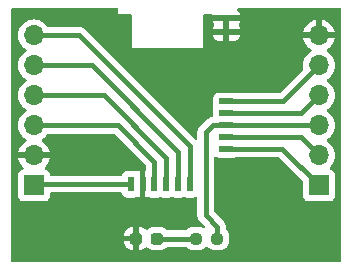
<source format=gtl>
%TF.GenerationSoftware,KiCad,Pcbnew,8.0.2-8.0.2-0~ubuntu22.04.1*%
%TF.CreationDate,2024-05-29T19:46:19+02:00*%
%TF.ProjectId,nrf51_devboard,6e726635-315f-4646-9576-626f6172642e,0.1*%
%TF.SameCoordinates,Original*%
%TF.FileFunction,Copper,L1,Top*%
%TF.FilePolarity,Positive*%
%FSLAX46Y46*%
G04 Gerber Fmt 4.6, Leading zero omitted, Abs format (unit mm)*
G04 Created by KiCad (PCBNEW 8.0.2-8.0.2-0~ubuntu22.04.1) date 2024-05-29 19:46:19*
%MOMM*%
%LPD*%
G01*
G04 APERTURE LIST*
G04 Aperture macros list*
%AMRoundRect*
0 Rectangle with rounded corners*
0 $1 Rounding radius*
0 $2 $3 $4 $5 $6 $7 $8 $9 X,Y pos of 4 corners*
0 Add a 4 corners polygon primitive as box body*
4,1,4,$2,$3,$4,$5,$6,$7,$8,$9,$2,$3,0*
0 Add four circle primitives for the rounded corners*
1,1,$1+$1,$2,$3*
1,1,$1+$1,$4,$5*
1,1,$1+$1,$6,$7*
1,1,$1+$1,$8,$9*
0 Add four rect primitives between the rounded corners*
20,1,$1+$1,$2,$3,$4,$5,0*
20,1,$1+$1,$4,$5,$6,$7,0*
20,1,$1+$1,$6,$7,$8,$9,0*
20,1,$1+$1,$8,$9,$2,$3,0*%
G04 Aperture macros list end*
%TA.AperFunction,ComponentPad*%
%ADD10R,1.700000X1.700000*%
%TD*%
%TA.AperFunction,ComponentPad*%
%ADD11O,1.700000X1.700000*%
%TD*%
%TA.AperFunction,SMDPad,CuDef*%
%ADD12RoundRect,0.237500X0.250000X0.237500X-0.250000X0.237500X-0.250000X-0.237500X0.250000X-0.237500X0*%
%TD*%
%TA.AperFunction,SMDPad,CuDef*%
%ADD13R,0.500000X1.270000*%
%TD*%
%TA.AperFunction,SMDPad,CuDef*%
%ADD14R,1.270000X0.500000*%
%TD*%
%TA.AperFunction,SMDPad,CuDef*%
%ADD15RoundRect,0.237500X-0.287500X-0.237500X0.287500X-0.237500X0.287500X0.237500X-0.287500X0.237500X0*%
%TD*%
%TA.AperFunction,Conductor*%
%ADD16C,0.400000*%
%TD*%
G04 APERTURE END LIST*
D10*
%TO.P,J1,1,Pin_1*%
%TO.N,+3.3V*%
X93980000Y-63500000D03*
D11*
%TO.P,J1,2,Pin_2*%
%TO.N,GND*%
X93980000Y-60960000D03*
%TO.P,J1,3,Pin_3*%
%TO.N,Net-(J1-Pin_3)*%
X93980000Y-58420000D03*
%TO.P,J1,4,Pin_4*%
%TO.N,Net-(J1-Pin_4)*%
X93980000Y-55880000D03*
%TO.P,J1,5,Pin_5*%
%TO.N,Net-(J1-Pin_5)*%
X93980000Y-53340000D03*
%TO.P,J1,6,Pin_6*%
%TO.N,Net-(J1-Pin_6)*%
X93980000Y-50800000D03*
%TD*%
D12*
%TO.P,R1,1*%
%TO.N,Net-(J2-Pin_3)*%
X109500000Y-68000000D03*
%TO.P,R1,2*%
%TO.N,Net-(D1-A)*%
X107675000Y-68000000D03*
%TD*%
D10*
%TO.P,J2,1,Pin_1*%
%TO.N,Net-(J2-Pin_1)*%
X118110000Y-63500000D03*
D11*
%TO.P,J2,2,Pin_2*%
%TO.N,Net-(J2-Pin_2)*%
X118110000Y-60960000D03*
%TO.P,J2,3,Pin_3*%
%TO.N,Net-(J2-Pin_3)*%
X118110000Y-58420000D03*
%TO.P,J2,4,Pin_4*%
%TO.N,Net-(J2-Pin_4)*%
X118110000Y-55880000D03*
%TO.P,J2,5,Pin_5*%
%TO.N,Net-(J2-Pin_5)*%
X118110000Y-53340000D03*
%TO.P,J2,6,Pin_6*%
%TO.N,GND*%
X118110000Y-50800000D03*
%TD*%
D13*
%TO.P,U1,1,VCC*%
%TO.N,+3.3V*%
X102154500Y-63390000D03*
%TO.P,U1,2,GND*%
%TO.N,GND*%
X103154500Y-63390000D03*
%TO.P,U1,3,P0.01*%
%TO.N,Net-(J1-Pin_3)*%
X104154500Y-63390000D03*
%TO.P,U1,4,P0.02*%
%TO.N,Net-(J1-Pin_4)*%
X105154500Y-63390000D03*
%TO.P,U1,5,P0.03*%
%TO.N,Net-(J1-Pin_5)*%
X106154500Y-63390000D03*
%TO.P,U1,6,P0.04*%
%TO.N,Net-(J1-Pin_6)*%
X107154500Y-63390000D03*
D14*
%TO.P,U1,7,P0.09*%
%TO.N,Net-(J2-Pin_1)*%
X110254500Y-60390000D03*
%TO.P,U1,8,P0.10*%
%TO.N,Net-(J2-Pin_2)*%
X110254500Y-59390000D03*
%TO.P,U1,9,P0.13*%
%TO.N,Net-(J2-Pin_3)*%
X110254500Y-58390000D03*
%TO.P,U1,10,SWDIO*%
%TO.N,Net-(J2-Pin_4)*%
X110254500Y-57390000D03*
%TO.P,U1,11,SWDCLK*%
%TO.N,Net-(J2-Pin_5)*%
X110254500Y-56390000D03*
%TO.P,U1,12,GND*%
%TO.N,GND*%
X110254500Y-50490000D03*
%TO.P,U1,13,GND*%
X110254500Y-49340000D03*
%TD*%
D15*
%TO.P,D1,1,K*%
%TO.N,GND*%
X102625000Y-68000000D03*
%TO.P,D1,2,A*%
%TO.N,Net-(D1-A)*%
X104375000Y-68000000D03*
%TD*%
D16*
%TO.N,Net-(J1-Pin_5)*%
X98840000Y-53340000D02*
X93980000Y-53340000D01*
X106154500Y-60654500D02*
X98840000Y-53340000D01*
X106154500Y-63390000D02*
X106154500Y-60654500D01*
%TO.N,Net-(J1-Pin_4)*%
X105154500Y-63390000D02*
X105154500Y-61154500D01*
X99880000Y-55880000D02*
X93980000Y-55880000D01*
X105154500Y-61154500D02*
X99880000Y-55880000D01*
%TO.N,Net-(J1-Pin_3)*%
X104154500Y-63390000D02*
X104154500Y-61503028D01*
X104154500Y-61503028D02*
X101071472Y-58420000D01*
X101071472Y-58420000D02*
X93980000Y-58420000D01*
%TO.N,Net-(J1-Pin_6)*%
X107154500Y-63390000D02*
X107154500Y-60154500D01*
X107154500Y-60154500D02*
X97800000Y-50800000D01*
X97800000Y-50800000D02*
X93980000Y-50800000D01*
%TO.N,Net-(J2-Pin_4)*%
X110254500Y-57390000D02*
X116600000Y-57390000D01*
X116600000Y-57390000D02*
X118110000Y-55880000D01*
%TO.N,Net-(J2-Pin_3)*%
X108500000Y-59000000D02*
X108500000Y-66000000D01*
X109110000Y-58390000D02*
X108500000Y-59000000D01*
X110254500Y-58390000D02*
X109110000Y-58390000D01*
X118080000Y-58390000D02*
X118110000Y-58420000D01*
X109500000Y-67000000D02*
X109500000Y-68000000D01*
X108500000Y-66000000D02*
X109500000Y-67000000D01*
X110254500Y-58390000D02*
X118080000Y-58390000D01*
%TO.N,Net-(J2-Pin_2)*%
X116540000Y-59390000D02*
X118110000Y-60960000D01*
X110254500Y-59390000D02*
X116540000Y-59390000D01*
%TO.N,Net-(J2-Pin_5)*%
X115060000Y-56390000D02*
X118110000Y-53340000D01*
X110254500Y-56390000D02*
X115060000Y-56390000D01*
%TO.N,Net-(J2-Pin_1)*%
X115000000Y-60390000D02*
X118110000Y-63500000D01*
X110254500Y-60390000D02*
X115000000Y-60390000D01*
%TO.N,Net-(D1-A)*%
X107675000Y-68000000D02*
X104375000Y-68000000D01*
%TO.N,+3.3V*%
X102154500Y-63390000D02*
X94090000Y-63390000D01*
X94090000Y-63390000D02*
X93980000Y-63500000D01*
%TD*%
%TA.AperFunction,Conductor*%
%TO.N,GND*%
G36*
X101053539Y-48519685D02*
G01*
X101099294Y-48572489D01*
X101110500Y-48624000D01*
X101110500Y-48990000D01*
X102130500Y-48990000D01*
X102197539Y-49009685D01*
X102243294Y-49062489D01*
X102254500Y-49114000D01*
X102254500Y-51890000D01*
X108254500Y-51890000D01*
X108254500Y-50787844D01*
X109119500Y-50787844D01*
X109125901Y-50847372D01*
X109125903Y-50847379D01*
X109176145Y-50982086D01*
X109176149Y-50982093D01*
X109262309Y-51097187D01*
X109262312Y-51097190D01*
X109377406Y-51183350D01*
X109377413Y-51183354D01*
X109512120Y-51233596D01*
X109512127Y-51233598D01*
X109571655Y-51239999D01*
X109571672Y-51240000D01*
X110004500Y-51240000D01*
X110504500Y-51240000D01*
X110937328Y-51240000D01*
X110937344Y-51239999D01*
X110996872Y-51233598D01*
X110996879Y-51233596D01*
X111131586Y-51183354D01*
X111131593Y-51183350D01*
X111246687Y-51097190D01*
X111246690Y-51097187D01*
X111332850Y-50982093D01*
X111332854Y-50982086D01*
X111383096Y-50847379D01*
X111383098Y-50847372D01*
X111389499Y-50787844D01*
X111389500Y-50787827D01*
X111389500Y-50740000D01*
X110504500Y-50740000D01*
X110504500Y-51240000D01*
X110004500Y-51240000D01*
X110004500Y-50740000D01*
X109119500Y-50740000D01*
X109119500Y-50787844D01*
X108254500Y-50787844D01*
X108254500Y-49637844D01*
X109119500Y-49637844D01*
X109125901Y-49697372D01*
X109125903Y-49697379D01*
X109176145Y-49832086D01*
X109176148Y-49832091D01*
X109182587Y-49840693D01*
X109207001Y-49906158D01*
X109192147Y-49974431D01*
X109182587Y-49989307D01*
X109176148Y-49997908D01*
X109176145Y-49997913D01*
X109125903Y-50132620D01*
X109125901Y-50132627D01*
X109119500Y-50192155D01*
X109119500Y-50240000D01*
X110004500Y-50240000D01*
X110504500Y-50240000D01*
X111389500Y-50240000D01*
X111389500Y-50192172D01*
X111389499Y-50192155D01*
X111383098Y-50132627D01*
X111383097Y-50132623D01*
X111332851Y-49997908D01*
X111326417Y-49989314D01*
X111301997Y-49923850D01*
X111316847Y-49855577D01*
X111326417Y-49840686D01*
X111332851Y-49832091D01*
X111383097Y-49697376D01*
X111383098Y-49697372D01*
X111389499Y-49637844D01*
X111389500Y-49637827D01*
X111389500Y-49590000D01*
X110504500Y-49590000D01*
X110504500Y-50240000D01*
X110004500Y-50240000D01*
X110004500Y-49590000D01*
X109119500Y-49590000D01*
X109119500Y-49637844D01*
X108254500Y-49637844D01*
X108254500Y-49114000D01*
X108274185Y-49046961D01*
X108326989Y-49001206D01*
X108378500Y-48990000D01*
X108995500Y-48990000D01*
X109062539Y-49009685D01*
X109108294Y-49062489D01*
X109112827Y-49083327D01*
X109119500Y-49090000D01*
X111389500Y-49090000D01*
X111389500Y-49042172D01*
X111389499Y-49042155D01*
X111383098Y-48982627D01*
X111383096Y-48982620D01*
X111332854Y-48847913D01*
X111332850Y-48847906D01*
X111246690Y-48732813D01*
X111233939Y-48723267D01*
X111192068Y-48667333D01*
X111187084Y-48597641D01*
X111220569Y-48536318D01*
X111281893Y-48502834D01*
X111308250Y-48500000D01*
X119876000Y-48500000D01*
X119943039Y-48519685D01*
X119988794Y-48572489D01*
X120000000Y-48624000D01*
X120000000Y-69876000D01*
X119980315Y-69943039D01*
X119927511Y-69988794D01*
X119876000Y-70000000D01*
X92124000Y-70000000D01*
X92056961Y-69980315D01*
X92011206Y-69927511D01*
X92000000Y-69876000D01*
X92000000Y-68286654D01*
X101600001Y-68286654D01*
X101610319Y-68387652D01*
X101664546Y-68551300D01*
X101664551Y-68551311D01*
X101755052Y-68698034D01*
X101755055Y-68698038D01*
X101876961Y-68819944D01*
X101876965Y-68819947D01*
X102023688Y-68910448D01*
X102023699Y-68910453D01*
X102187347Y-68964680D01*
X102288351Y-68974999D01*
X102375000Y-68974998D01*
X102375000Y-68250000D01*
X101600001Y-68250000D01*
X101600001Y-68286654D01*
X92000000Y-68286654D01*
X92000000Y-67713345D01*
X101600000Y-67713345D01*
X101600000Y-67750000D01*
X102375000Y-67750000D01*
X102375000Y-67025000D01*
X102374999Y-67024999D01*
X102288360Y-67025000D01*
X102288343Y-67025001D01*
X102187347Y-67035319D01*
X102023699Y-67089546D01*
X102023688Y-67089551D01*
X101876965Y-67180052D01*
X101876961Y-67180055D01*
X101755055Y-67301961D01*
X101755052Y-67301965D01*
X101664551Y-67448688D01*
X101664546Y-67448699D01*
X101610319Y-67612347D01*
X101600000Y-67713345D01*
X92000000Y-67713345D01*
X92000000Y-50799999D01*
X92624341Y-50799999D01*
X92624341Y-50800000D01*
X92644936Y-51035403D01*
X92644938Y-51035413D01*
X92706094Y-51263655D01*
X92706096Y-51263659D01*
X92706097Y-51263663D01*
X92805847Y-51477578D01*
X92805965Y-51477830D01*
X92805967Y-51477834D01*
X92941501Y-51671395D01*
X92941506Y-51671402D01*
X93108597Y-51838493D01*
X93108603Y-51838498D01*
X93294158Y-51968425D01*
X93337783Y-52023002D01*
X93344977Y-52092500D01*
X93313454Y-52154855D01*
X93294158Y-52171575D01*
X93108597Y-52301505D01*
X92941505Y-52468597D01*
X92805965Y-52662169D01*
X92805964Y-52662171D01*
X92706098Y-52876335D01*
X92706094Y-52876344D01*
X92644938Y-53104586D01*
X92644936Y-53104596D01*
X92624341Y-53339999D01*
X92624341Y-53340000D01*
X92644936Y-53575403D01*
X92644938Y-53575413D01*
X92706094Y-53803655D01*
X92706096Y-53803659D01*
X92706097Y-53803663D01*
X92805965Y-54017830D01*
X92805967Y-54017834D01*
X92941501Y-54211395D01*
X92941506Y-54211402D01*
X93108597Y-54378493D01*
X93108603Y-54378498D01*
X93294158Y-54508425D01*
X93337783Y-54563002D01*
X93344977Y-54632500D01*
X93313454Y-54694855D01*
X93294158Y-54711575D01*
X93108597Y-54841505D01*
X92941505Y-55008597D01*
X92805965Y-55202169D01*
X92805964Y-55202171D01*
X92706098Y-55416335D01*
X92706094Y-55416344D01*
X92644938Y-55644586D01*
X92644936Y-55644596D01*
X92624341Y-55879999D01*
X92624341Y-55880000D01*
X92644936Y-56115403D01*
X92644938Y-56115413D01*
X92706094Y-56343655D01*
X92706096Y-56343659D01*
X92706097Y-56343663D01*
X92768655Y-56477819D01*
X92805965Y-56557830D01*
X92805967Y-56557834D01*
X92941501Y-56751395D01*
X92941506Y-56751402D01*
X93108597Y-56918493D01*
X93108603Y-56918498D01*
X93294158Y-57048425D01*
X93337783Y-57103002D01*
X93344977Y-57172500D01*
X93313454Y-57234855D01*
X93294158Y-57251575D01*
X93108597Y-57381505D01*
X92941505Y-57548597D01*
X92805965Y-57742169D01*
X92805964Y-57742171D01*
X92706098Y-57956335D01*
X92706094Y-57956344D01*
X92644938Y-58184586D01*
X92644936Y-58184596D01*
X92624341Y-58419999D01*
X92624341Y-58420000D01*
X92644936Y-58655403D01*
X92644938Y-58655413D01*
X92706094Y-58883655D01*
X92706096Y-58883659D01*
X92706097Y-58883663D01*
X92728173Y-58931004D01*
X92805965Y-59097830D01*
X92805967Y-59097834D01*
X92941501Y-59291395D01*
X92941506Y-59291402D01*
X93108597Y-59458493D01*
X93108603Y-59458498D01*
X93294594Y-59588730D01*
X93338219Y-59643307D01*
X93345413Y-59712805D01*
X93313890Y-59775160D01*
X93294595Y-59791880D01*
X93108922Y-59921890D01*
X93108920Y-59921891D01*
X92941891Y-60088920D01*
X92941886Y-60088926D01*
X92806400Y-60282420D01*
X92806399Y-60282422D01*
X92706570Y-60496507D01*
X92706567Y-60496513D01*
X92649364Y-60709999D01*
X92649364Y-60710000D01*
X93546988Y-60710000D01*
X93514075Y-60767007D01*
X93480000Y-60894174D01*
X93480000Y-61025826D01*
X93514075Y-61152993D01*
X93546988Y-61210000D01*
X92649364Y-61210000D01*
X92706567Y-61423486D01*
X92706570Y-61423492D01*
X92806399Y-61637578D01*
X92941894Y-61831082D01*
X93063946Y-61953134D01*
X93097431Y-62014457D01*
X93092447Y-62084149D01*
X93050575Y-62140082D01*
X93019598Y-62156997D01*
X92887671Y-62206202D01*
X92887664Y-62206206D01*
X92772455Y-62292452D01*
X92772452Y-62292455D01*
X92686206Y-62407664D01*
X92686202Y-62407671D01*
X92635908Y-62542517D01*
X92632013Y-62578752D01*
X92629501Y-62602123D01*
X92629500Y-62602135D01*
X92629500Y-64397870D01*
X92629501Y-64397876D01*
X92635908Y-64457483D01*
X92686202Y-64592328D01*
X92686206Y-64592335D01*
X92772452Y-64707544D01*
X92772455Y-64707547D01*
X92887664Y-64793793D01*
X92887671Y-64793797D01*
X93022517Y-64844091D01*
X93022516Y-64844091D01*
X93029444Y-64844835D01*
X93082127Y-64850500D01*
X94877872Y-64850499D01*
X94937483Y-64844091D01*
X95072331Y-64793796D01*
X95187546Y-64707546D01*
X95273796Y-64592331D01*
X95324091Y-64457483D01*
X95330500Y-64397873D01*
X95330500Y-64214500D01*
X95350185Y-64147461D01*
X95402989Y-64101706D01*
X95454500Y-64090500D01*
X101308655Y-64090500D01*
X101375694Y-64110185D01*
X101421449Y-64162989D01*
X101424837Y-64171167D01*
X101460702Y-64267328D01*
X101460706Y-64267335D01*
X101546952Y-64382544D01*
X101546955Y-64382547D01*
X101662164Y-64468793D01*
X101662171Y-64468797D01*
X101663469Y-64469281D01*
X101797017Y-64519091D01*
X101856627Y-64525500D01*
X102452372Y-64525499D01*
X102511983Y-64519091D01*
X102611882Y-64481830D01*
X102681572Y-64476847D01*
X102698547Y-64481831D01*
X102797120Y-64518596D01*
X102797127Y-64518598D01*
X102856655Y-64524999D01*
X102856672Y-64525000D01*
X102904500Y-64525000D01*
X102904500Y-64084167D01*
X102904927Y-64076188D01*
X102904822Y-64076183D01*
X102904997Y-64072898D01*
X102905000Y-64072873D01*
X102904999Y-62707128D01*
X102904998Y-62707127D01*
X102904821Y-62703805D01*
X102904926Y-62703799D01*
X102904500Y-62695836D01*
X102904500Y-62255000D01*
X102856655Y-62255000D01*
X102797127Y-62261401D01*
X102797117Y-62261403D01*
X102698546Y-62298168D01*
X102628855Y-62303152D01*
X102611881Y-62298168D01*
X102511986Y-62260910D01*
X102511985Y-62260909D01*
X102511983Y-62260909D01*
X102452373Y-62254500D01*
X102452363Y-62254500D01*
X101856629Y-62254500D01*
X101856623Y-62254501D01*
X101797016Y-62260908D01*
X101662171Y-62311202D01*
X101662164Y-62311206D01*
X101546955Y-62397452D01*
X101546952Y-62397455D01*
X101460706Y-62512664D01*
X101460702Y-62512671D01*
X101424837Y-62608833D01*
X101382966Y-62664767D01*
X101317502Y-62689184D01*
X101308655Y-62689500D01*
X95451276Y-62689500D01*
X95384237Y-62669815D01*
X95338482Y-62617011D01*
X95327986Y-62578752D01*
X95324091Y-62542516D01*
X95273797Y-62407671D01*
X95273793Y-62407664D01*
X95187547Y-62292455D01*
X95187544Y-62292452D01*
X95072335Y-62206206D01*
X95072328Y-62206202D01*
X94940401Y-62156997D01*
X94884467Y-62115126D01*
X94860050Y-62049662D01*
X94874902Y-61981389D01*
X94896053Y-61953133D01*
X95018108Y-61831078D01*
X95153600Y-61637578D01*
X95253429Y-61423492D01*
X95253432Y-61423486D01*
X95310636Y-61210000D01*
X94413012Y-61210000D01*
X94445925Y-61152993D01*
X94480000Y-61025826D01*
X94480000Y-60894174D01*
X94445925Y-60767007D01*
X94413012Y-60710000D01*
X95310636Y-60710000D01*
X95310635Y-60709999D01*
X95253432Y-60496513D01*
X95253429Y-60496507D01*
X95153600Y-60282422D01*
X95153599Y-60282420D01*
X95018113Y-60088926D01*
X95018108Y-60088920D01*
X94851078Y-59921890D01*
X94665405Y-59791879D01*
X94621780Y-59737302D01*
X94614588Y-59667804D01*
X94646110Y-59605449D01*
X94665406Y-59588730D01*
X94682845Y-59576519D01*
X94851401Y-59458495D01*
X95018495Y-59291401D01*
X95101136Y-59173376D01*
X95155713Y-59129752D01*
X95202711Y-59120500D01*
X100729953Y-59120500D01*
X100796992Y-59140185D01*
X100817634Y-59156819D01*
X103417681Y-61756866D01*
X103451166Y-61818189D01*
X103454000Y-61844547D01*
X103454000Y-62154138D01*
X103434315Y-62221177D01*
X103417681Y-62241819D01*
X103404500Y-62255000D01*
X103404500Y-62695826D01*
X103404072Y-62703798D01*
X103404178Y-62703804D01*
X103404000Y-62707128D01*
X103404000Y-64072863D01*
X103404179Y-64076180D01*
X103404072Y-64076185D01*
X103404500Y-64084156D01*
X103404500Y-64525000D01*
X103452328Y-64525000D01*
X103452344Y-64524999D01*
X103511872Y-64518598D01*
X103511876Y-64518597D01*
X103610451Y-64481831D01*
X103680143Y-64476847D01*
X103697116Y-64481830D01*
X103797017Y-64519091D01*
X103856627Y-64525500D01*
X104452372Y-64525499D01*
X104511983Y-64519091D01*
X104611169Y-64482096D01*
X104680858Y-64477113D01*
X104697819Y-64482092D01*
X104787871Y-64515679D01*
X104797011Y-64519089D01*
X104797017Y-64519091D01*
X104856627Y-64525500D01*
X105452372Y-64525499D01*
X105511983Y-64519091D01*
X105611169Y-64482096D01*
X105680858Y-64477113D01*
X105697819Y-64482092D01*
X105787871Y-64515679D01*
X105797011Y-64519089D01*
X105797017Y-64519091D01*
X105856627Y-64525500D01*
X106452372Y-64525499D01*
X106511983Y-64519091D01*
X106611169Y-64482096D01*
X106680858Y-64477113D01*
X106697819Y-64482092D01*
X106787871Y-64515679D01*
X106797011Y-64519089D01*
X106797017Y-64519091D01*
X106856627Y-64525500D01*
X107452372Y-64525499D01*
X107511983Y-64519091D01*
X107632168Y-64474264D01*
X107701858Y-64469281D01*
X107763181Y-64502766D01*
X107796666Y-64564089D01*
X107799500Y-64590447D01*
X107799500Y-65931006D01*
X107799500Y-66068994D01*
X107799500Y-66068996D01*
X107799499Y-66068996D01*
X107826418Y-66204322D01*
X107826421Y-66204332D01*
X107879222Y-66331807D01*
X107955887Y-66446545D01*
X107955888Y-66446546D01*
X108426818Y-66917475D01*
X108460303Y-66978798D01*
X108455319Y-67048489D01*
X108413448Y-67104423D01*
X108347983Y-67128840D01*
X108279710Y-67113988D01*
X108274041Y-67110695D01*
X108239022Y-67089096D01*
X108239016Y-67089092D01*
X108075253Y-67034826D01*
X108075251Y-67034825D01*
X107974178Y-67024500D01*
X107375830Y-67024500D01*
X107375812Y-67024501D01*
X107274747Y-67034825D01*
X107110984Y-67089092D01*
X107110981Y-67089093D01*
X106964148Y-67179661D01*
X106880629Y-67263181D01*
X106819306Y-67296666D01*
X106792948Y-67299500D01*
X105294552Y-67299500D01*
X105227513Y-67279815D01*
X105206871Y-67263181D01*
X105123351Y-67179661D01*
X105123350Y-67179660D01*
X105011540Y-67110695D01*
X104976518Y-67089093D01*
X104976513Y-67089091D01*
X104975069Y-67088612D01*
X104812753Y-67034826D01*
X104812751Y-67034825D01*
X104711678Y-67024500D01*
X104038330Y-67024500D01*
X104038312Y-67024501D01*
X103937247Y-67034825D01*
X103773484Y-67089092D01*
X103773481Y-67089093D01*
X103626648Y-67179661D01*
X103587326Y-67218983D01*
X103526003Y-67252468D01*
X103456311Y-67247482D01*
X103411965Y-67218982D01*
X103373038Y-67180055D01*
X103373034Y-67180052D01*
X103226311Y-67089551D01*
X103226300Y-67089546D01*
X103062652Y-67035319D01*
X102961654Y-67025000D01*
X102875000Y-67025000D01*
X102875000Y-68974999D01*
X102961640Y-68974999D01*
X102961654Y-68974998D01*
X103062652Y-68964680D01*
X103226300Y-68910453D01*
X103226311Y-68910448D01*
X103373034Y-68819947D01*
X103373037Y-68819945D01*
X103411964Y-68781018D01*
X103473287Y-68747532D01*
X103542978Y-68752516D01*
X103587327Y-68781017D01*
X103626650Y-68820340D01*
X103773484Y-68910908D01*
X103937247Y-68965174D01*
X104038323Y-68975500D01*
X104711676Y-68975499D01*
X104711684Y-68975498D01*
X104711687Y-68975498D01*
X104767030Y-68969844D01*
X104812753Y-68965174D01*
X104976516Y-68910908D01*
X105123350Y-68820340D01*
X105206871Y-68736819D01*
X105268194Y-68703334D01*
X105294552Y-68700500D01*
X106792948Y-68700500D01*
X106859987Y-68720185D01*
X106880629Y-68736819D01*
X106964150Y-68820340D01*
X107110984Y-68910908D01*
X107274747Y-68965174D01*
X107375823Y-68975500D01*
X107974176Y-68975499D01*
X107974184Y-68975498D01*
X107974187Y-68975498D01*
X108029530Y-68969844D01*
X108075253Y-68965174D01*
X108239016Y-68910908D01*
X108385850Y-68820340D01*
X108499819Y-68706371D01*
X108561142Y-68672886D01*
X108630834Y-68677870D01*
X108675181Y-68706371D01*
X108789150Y-68820340D01*
X108935984Y-68910908D01*
X109099747Y-68965174D01*
X109200823Y-68975500D01*
X109799176Y-68975499D01*
X109799184Y-68975498D01*
X109799187Y-68975498D01*
X109854530Y-68969844D01*
X109900253Y-68965174D01*
X110064016Y-68910908D01*
X110210850Y-68820340D01*
X110332840Y-68698350D01*
X110423408Y-68551516D01*
X110477674Y-68387753D01*
X110488000Y-68286677D01*
X110487999Y-67713324D01*
X110477674Y-67612247D01*
X110423408Y-67448484D01*
X110332840Y-67301650D01*
X110236819Y-67205629D01*
X110203334Y-67144306D01*
X110200500Y-67117948D01*
X110200500Y-66931004D01*
X110173581Y-66795677D01*
X110173580Y-66795676D01*
X110173580Y-66795672D01*
X110173578Y-66795667D01*
X110120778Y-66668195D01*
X110120774Y-66668188D01*
X110089094Y-66620775D01*
X110044114Y-66553457D01*
X110044112Y-66553454D01*
X109236819Y-65746161D01*
X109203334Y-65684838D01*
X109200500Y-65658480D01*
X109200500Y-61196318D01*
X109220185Y-61129279D01*
X109272989Y-61083524D01*
X109342147Y-61073580D01*
X109368267Y-61082282D01*
X109368859Y-61080697D01*
X109512017Y-61134091D01*
X109512016Y-61134091D01*
X109518944Y-61134835D01*
X109571627Y-61140500D01*
X110937372Y-61140499D01*
X110996983Y-61134091D01*
X111092896Y-61098318D01*
X111136229Y-61090500D01*
X114658481Y-61090500D01*
X114725520Y-61110185D01*
X114746162Y-61126819D01*
X116723181Y-63103838D01*
X116756666Y-63165161D01*
X116759500Y-63191519D01*
X116759500Y-64397870D01*
X116759501Y-64397876D01*
X116765908Y-64457483D01*
X116816202Y-64592328D01*
X116816206Y-64592335D01*
X116902452Y-64707544D01*
X116902455Y-64707547D01*
X117017664Y-64793793D01*
X117017671Y-64793797D01*
X117152517Y-64844091D01*
X117152516Y-64844091D01*
X117159444Y-64844835D01*
X117212127Y-64850500D01*
X119007872Y-64850499D01*
X119067483Y-64844091D01*
X119202331Y-64793796D01*
X119317546Y-64707546D01*
X119403796Y-64592331D01*
X119454091Y-64457483D01*
X119460500Y-64397873D01*
X119460499Y-62602128D01*
X119454091Y-62542517D01*
X119449662Y-62530643D01*
X119403797Y-62407671D01*
X119403793Y-62407664D01*
X119317547Y-62292455D01*
X119317544Y-62292452D01*
X119202335Y-62206206D01*
X119202328Y-62206202D01*
X119070917Y-62157189D01*
X119014983Y-62115318D01*
X118990566Y-62049853D01*
X119005418Y-61981580D01*
X119026563Y-61953332D01*
X119148495Y-61831401D01*
X119284035Y-61637830D01*
X119383903Y-61423663D01*
X119445063Y-61195408D01*
X119465659Y-60960000D01*
X119445063Y-60724592D01*
X119383903Y-60496337D01*
X119284035Y-60282171D01*
X119255108Y-60240858D01*
X119148494Y-60088597D01*
X118981402Y-59921506D01*
X118981396Y-59921501D01*
X118795842Y-59791575D01*
X118752217Y-59736998D01*
X118745023Y-59667500D01*
X118776546Y-59605145D01*
X118795842Y-59588425D01*
X118908587Y-59509480D01*
X118981401Y-59458495D01*
X119148495Y-59291401D01*
X119284035Y-59097830D01*
X119383903Y-58883663D01*
X119445063Y-58655408D01*
X119465659Y-58420000D01*
X119445063Y-58184592D01*
X119383903Y-57956337D01*
X119284035Y-57742171D01*
X119267940Y-57719184D01*
X119148494Y-57548597D01*
X118981402Y-57381506D01*
X118981396Y-57381501D01*
X118795842Y-57251575D01*
X118752217Y-57196998D01*
X118745023Y-57127500D01*
X118776546Y-57065145D01*
X118795842Y-57048425D01*
X118818569Y-57032511D01*
X118981401Y-56918495D01*
X119148495Y-56751401D01*
X119284035Y-56557830D01*
X119383903Y-56343663D01*
X119445063Y-56115408D01*
X119465659Y-55880000D01*
X119445063Y-55644592D01*
X119383903Y-55416337D01*
X119284035Y-55202171D01*
X119267940Y-55179184D01*
X119148494Y-55008597D01*
X118981402Y-54841506D01*
X118981396Y-54841501D01*
X118795842Y-54711575D01*
X118752217Y-54656998D01*
X118745023Y-54587500D01*
X118776546Y-54525145D01*
X118795842Y-54508425D01*
X118818026Y-54492891D01*
X118981401Y-54378495D01*
X119148495Y-54211401D01*
X119284035Y-54017830D01*
X119383903Y-53803663D01*
X119445063Y-53575408D01*
X119465659Y-53340000D01*
X119445063Y-53104592D01*
X119383903Y-52876337D01*
X119284035Y-52662171D01*
X119267940Y-52639184D01*
X119148494Y-52468597D01*
X118981402Y-52301506D01*
X118981401Y-52301505D01*
X118795405Y-52171269D01*
X118751781Y-52116692D01*
X118744588Y-52047193D01*
X118776110Y-51984839D01*
X118795405Y-51968119D01*
X118981082Y-51838105D01*
X119148105Y-51671082D01*
X119283600Y-51477578D01*
X119383429Y-51263492D01*
X119383432Y-51263486D01*
X119440636Y-51050000D01*
X118543012Y-51050000D01*
X118575925Y-50992993D01*
X118610000Y-50865826D01*
X118610000Y-50734174D01*
X118575925Y-50607007D01*
X118543012Y-50550000D01*
X119440636Y-50550000D01*
X119440635Y-50549999D01*
X119383432Y-50336513D01*
X119383429Y-50336507D01*
X119283600Y-50122422D01*
X119283599Y-50122420D01*
X119148113Y-49928926D01*
X119148108Y-49928920D01*
X118981082Y-49761894D01*
X118787578Y-49626399D01*
X118573492Y-49526570D01*
X118573486Y-49526567D01*
X118360000Y-49469364D01*
X118360000Y-50366988D01*
X118302993Y-50334075D01*
X118175826Y-50300000D01*
X118044174Y-50300000D01*
X117917007Y-50334075D01*
X117860000Y-50366988D01*
X117860000Y-49469364D01*
X117859999Y-49469364D01*
X117646513Y-49526567D01*
X117646507Y-49526570D01*
X117432422Y-49626399D01*
X117432420Y-49626400D01*
X117238926Y-49761886D01*
X117238920Y-49761891D01*
X117071891Y-49928920D01*
X117071886Y-49928926D01*
X116936400Y-50122420D01*
X116936399Y-50122422D01*
X116836570Y-50336507D01*
X116836567Y-50336513D01*
X116779364Y-50549999D01*
X116779364Y-50550000D01*
X117676988Y-50550000D01*
X117644075Y-50607007D01*
X117610000Y-50734174D01*
X117610000Y-50865826D01*
X117644075Y-50992993D01*
X117676988Y-51050000D01*
X116779364Y-51050000D01*
X116836567Y-51263486D01*
X116836570Y-51263492D01*
X116936399Y-51477578D01*
X117071894Y-51671082D01*
X117238917Y-51838105D01*
X117424595Y-51968119D01*
X117468219Y-52022696D01*
X117475412Y-52092195D01*
X117443890Y-52154549D01*
X117424595Y-52171269D01*
X117238594Y-52301508D01*
X117071505Y-52468597D01*
X116935965Y-52662169D01*
X116935964Y-52662171D01*
X116836098Y-52876335D01*
X116836094Y-52876344D01*
X116774938Y-53104586D01*
X116774936Y-53104596D01*
X116754341Y-53339999D01*
X116754341Y-53340000D01*
X116774937Y-53575409D01*
X116774937Y-53575410D01*
X116779442Y-53592225D01*
X116777776Y-53662075D01*
X116747347Y-53711994D01*
X114806162Y-55653181D01*
X114744839Y-55686666D01*
X114718481Y-55689500D01*
X111136229Y-55689500D01*
X111092896Y-55681682D01*
X110996982Y-55645908D01*
X110996983Y-55645908D01*
X110937383Y-55639501D01*
X110937381Y-55639500D01*
X110937373Y-55639500D01*
X110937364Y-55639500D01*
X109571629Y-55639500D01*
X109571623Y-55639501D01*
X109512016Y-55645908D01*
X109377171Y-55696202D01*
X109377164Y-55696206D01*
X109261955Y-55782452D01*
X109261952Y-55782455D01*
X109175706Y-55897664D01*
X109175702Y-55897671D01*
X109125410Y-56032513D01*
X109125409Y-56032517D01*
X109119000Y-56092127D01*
X109119000Y-56092134D01*
X109119000Y-56092135D01*
X109119000Y-56687870D01*
X109119001Y-56687876D01*
X109125409Y-56747484D01*
X109162401Y-56846668D01*
X109167385Y-56916360D01*
X109162401Y-56933332D01*
X109125410Y-57032511D01*
X109125409Y-57032515D01*
X109125409Y-57032517D01*
X109119000Y-57092127D01*
X109119000Y-57092134D01*
X109119000Y-57092135D01*
X109119000Y-57572221D01*
X109099315Y-57639260D01*
X109046511Y-57685015D01*
X109019193Y-57693838D01*
X108946754Y-57708247D01*
X108932591Y-57711065D01*
X108905671Y-57716420D01*
X108778190Y-57769224D01*
X108663454Y-57845887D01*
X107955887Y-58553454D01*
X107908532Y-58624328D01*
X107893878Y-58646258D01*
X107879225Y-58668188D01*
X107879221Y-58668195D01*
X107826421Y-58795667D01*
X107826418Y-58795677D01*
X107799500Y-58931004D01*
X107799500Y-59509480D01*
X107779815Y-59576519D01*
X107727011Y-59622274D01*
X107657853Y-59632218D01*
X107594297Y-59603193D01*
X107587819Y-59597161D01*
X98246545Y-50255887D01*
X98131807Y-50179222D01*
X98004332Y-50126421D01*
X98004322Y-50126418D01*
X97868996Y-50099500D01*
X97868994Y-50099500D01*
X97868993Y-50099500D01*
X95202711Y-50099500D01*
X95135672Y-50079815D01*
X95101136Y-50046623D01*
X95018494Y-49928597D01*
X94851402Y-49761506D01*
X94851395Y-49761501D01*
X94657834Y-49625967D01*
X94657830Y-49625965D01*
X94580703Y-49590000D01*
X94443663Y-49526097D01*
X94443659Y-49526096D01*
X94443655Y-49526094D01*
X94215413Y-49464938D01*
X94215403Y-49464936D01*
X93980001Y-49444341D01*
X93979999Y-49444341D01*
X93744596Y-49464936D01*
X93744586Y-49464938D01*
X93516344Y-49526094D01*
X93516335Y-49526098D01*
X93302171Y-49625964D01*
X93302169Y-49625965D01*
X93108597Y-49761505D01*
X92941505Y-49928597D01*
X92805965Y-50122169D01*
X92805964Y-50122171D01*
X92706098Y-50336335D01*
X92706094Y-50336344D01*
X92644938Y-50564586D01*
X92644936Y-50564596D01*
X92624341Y-50799999D01*
X92000000Y-50799999D01*
X92000000Y-48624000D01*
X92019685Y-48556961D01*
X92072489Y-48511206D01*
X92124000Y-48500000D01*
X100986500Y-48500000D01*
X101053539Y-48519685D01*
G37*
%TD.AperFunction*%
%TD*%
M02*

</source>
